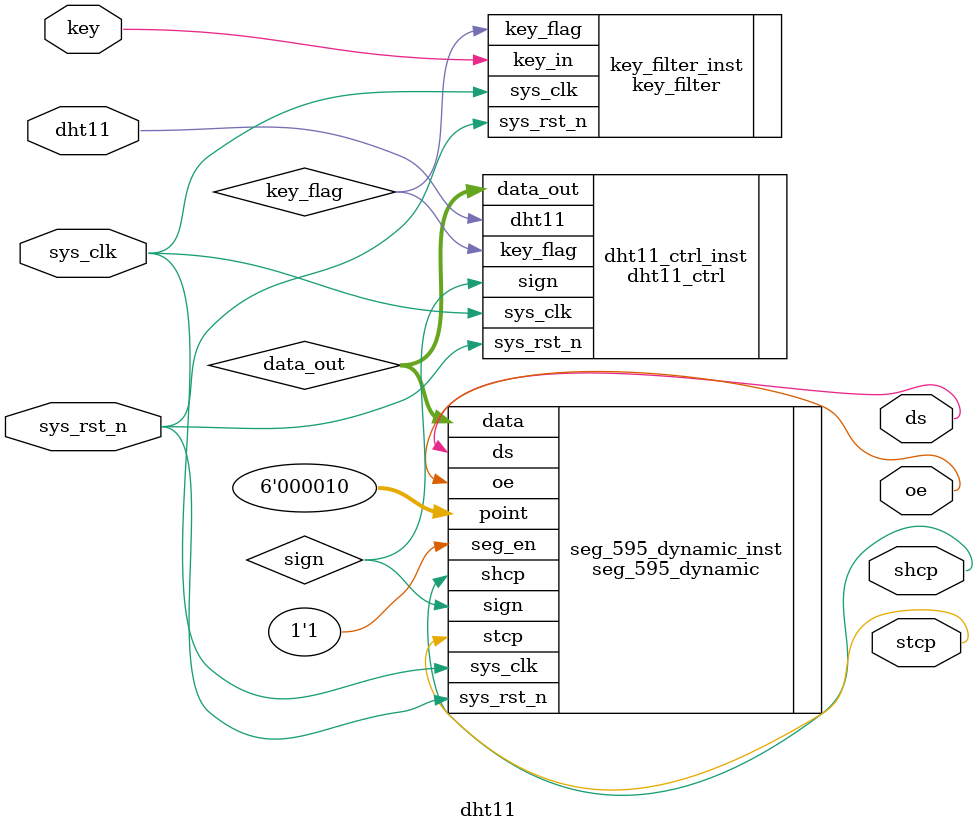
<source format=v>
module  dht11
(
    input   wire            sys_clk     ,
    input   wire            sys_rst_n   ,
    input   wire            key         ,
    inout   wire            dht11       ,

    output  wire            ds          ,
    output  wire            oe          ,
    output  wire            shcp        ,
    output  wire            stcp
);

wire            key_flag;
wire    [19:0]  data_out;
wire            sign    ;

key_filter
#(
    .CNT_MAX (20'd999_999)
)
key_filter_inst
(
    .sys_clk    (sys_clk),
    .sys_rst_n  (sys_rst_n),
    .key_in     (key),

    .key_flag   (key_flag)
);

dht11_ctrl  dht11_ctrl_inst
(
    .sys_clk     (sys_clk),
    .sys_rst_n   (sys_rst_n),
    .key_flag    (key_flag),
    .dht11       (dht11),

    .data_out    (data_out),
    .sign        (sign)
);

seg_595_dynamic seg_595_dynamic_inst
(
    .sys_clk     (sys_clk),
    .sys_rst_n   (sys_rst_n),
    .data        (data_out  ),
    .point       (6'b000_010 ),
    .sign        (sign  ),
    .seg_en      (1'b1),

    .ds          (ds  ),
    .oe          (oe  ),
    .shcp        (shcp),
    .stcp        (stcp)
);

endmodule

</source>
